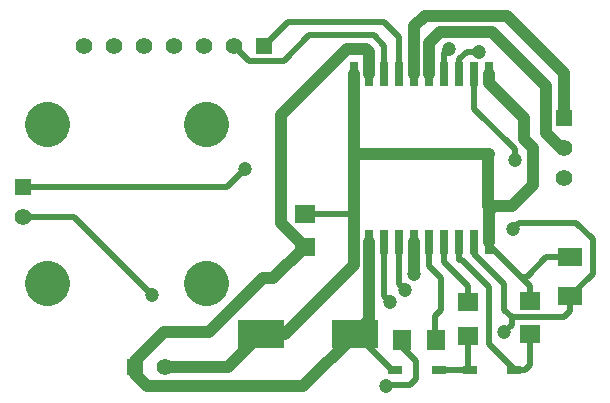
<source format=gtl>
G04 ( created by brdgerber.py ( brdgerber.py v0.1 2014-03-12 ) ) date 2021-03-15 07:30:48 EDT*
G04 Gerber Fmt 3.4, Leading zero omitted, Abs format*
%MOIN*%
%FSLAX34Y34*%
G01*
G70*
G90*
G04 APERTURE LIST*
%ADD11C,0.0050*%
%ADD25C,0.0059*%
%ADD18R,0.0472X0.0275*%
%ADD23C,0.0200*%
%ADD12C,0.0060*%
%ADD30R,0.0800X0.0600*%
%ADD20C,0.1500*%
%ADD10R,0.0260X0.0800*%
%ADD24C,0.0100*%
%ADD28C,0.0047*%
%ADD13C,0.0020*%
%ADD16C,0.0120*%
%ADD26C,0.0400*%
%ADD19C,0.0012*%
%ADD22R,0.0709X0.0629*%
%ADD14R,0.0550X0.0550*%
%ADD29C,0.0472*%
%ADD15C,0.0550*%
%ADD17R,0.0629X0.0709*%
%ADD27R,0.1575X0.0945*%
%ADD21C,0.0000*%
G04 APERTURE END LIST*
G54D11*
D10*
X10350Y22400D03*
D10*
X09850Y22400D03*
D10*
X09350Y22400D03*
D10*
X08850Y22400D03*
D10*
X08350Y22400D03*
D10*
X07850Y22400D03*
D10*
X07350Y22400D03*
D10*
X06850Y22400D03*
D10*
X06850Y16800D03*
D10*
X07350Y16800D03*
D10*
X07850Y16800D03*
D10*
X08350Y16800D03*
D10*
X08850Y16800D03*
D10*
X09350Y16800D03*
D10*
X09850Y16800D03*
D10*
X10350Y16800D03*
D10*
X06350Y22400D03*
D10*
X05850Y22400D03*
D10*
X06350Y16800D03*
D10*
X05850Y16800D03*
D14*
X02850Y23350D03*
D15*
X01850Y23350D03*
D15*
X00850Y23350D03*
D15*
X-00150Y23350D03*
D15*
X-01150Y23350D03*
D15*
X-02150Y23350D03*
D15*
X-03150Y23350D03*
D17*
X07441Y13550D03*
D17*
X08559Y13550D03*
D18*
X11178Y12550D03*
D18*
X09722Y12550D03*
D20*
G01X-04395Y15455D02*
G01X-04395Y15455D01*
D20*
G01X00895Y15455D02*
G01X00895Y15455D01*
D20*
G01X00895Y20745D02*
G01X00895Y20745D01*
D20*
G01X-04395Y20745D02*
G01X-04395Y20745D01*
D14*
X-01450Y12650D03*
D15*
X-00450Y12650D03*
D22*
X09650Y14809D03*
D22*
X09650Y13691D03*
D22*
X11701Y14859D03*
D22*
X11701Y13741D03*
D22*
X04200Y17759D03*
D22*
X04200Y16641D03*
D14*
X12850Y20950D03*
D15*
X12850Y19950D03*
D15*
X12850Y18950D03*
D18*
X08678Y12550D03*
D18*
X07222Y12550D03*
D26*
G01X07850Y16800D02*
G01X07850Y15750D01*
D27*
X05875Y13750D03*
D27*
X02725Y13750D03*
D29*
X07850Y15750D03*
D14*
X-05200Y18650D03*
D15*
X-05200Y17650D03*
D26*
G01X11100Y18000D02*
G01X10500Y18000D01*
D23*
G01X09450Y16200D02*
G01X10350Y15300D01*
D23*
G01X07200Y12550D02*
G01X07100Y12550D01*
D23*
G01X07100Y12550D02*
G01X05900Y13750D01*
D23*
G01X08700Y12550D02*
G01X09700Y12550D01*
D23*
G01X09650Y13700D02*
G01X09650Y12600D01*
D23*
G01X09650Y12600D02*
G01X09700Y12550D01*
D26*
G01X11800Y18700D02*
G01X11100Y18000D01*
D23*
G01X08850Y16800D02*
G01X08850Y16150D01*
D23*
G01X08850Y16150D02*
G01X09650Y15350D01*
D23*
G01X09650Y15350D02*
G01X09650Y14800D01*
D23*
G01X09350Y16800D02*
G01X09350Y16200D01*
D26*
G01X10350Y17850D02*
G01X10350Y16800D01*
D26*
G01X10500Y18000D02*
G01X10350Y17850D01*
D23*
G01X10350Y13400D02*
G01X11200Y12550D01*
D23*
G01X07450Y13550D02*
G01X07450Y13300D01*
D23*
G01X07450Y13300D02*
G01X07900Y12850D01*
D23*
G01X07900Y12850D02*
G01X07900Y12250D01*
D23*
G01X07900Y12250D02*
G01X07700Y12050D01*
D23*
G01X08550Y13550D02*
G01X08550Y14350D01*
D23*
G01X08550Y14350D02*
G01X08750Y14550D01*
D23*
G01X08750Y14550D02*
G01X08750Y15600D01*
D23*
G01X08750Y15600D02*
G01X08350Y16000D01*
D23*
G01X08350Y16000D02*
G01X08350Y16800D01*
D26*
G01X-01450Y12650D02*
G01X-01450Y12400D01*
D26*
G01X-01450Y12400D02*
G01X-01050Y12000D01*
D26*
G01X05850Y19750D02*
G01X10350Y19750D01*
D26*
G01X05850Y16800D02*
G01X05850Y22400D01*
D26*
G01X05550Y13750D02*
G01X05900Y13750D01*
D26*
G01X06350Y16800D02*
G01X06350Y14200D01*
D26*
G01X06350Y14200D02*
G01X05900Y13750D01*
D26*
G01X12750Y19950D02*
G01X12250Y20450D01*
D26*
G01X02750Y13750D02*
G01X03550Y13750D01*
D26*
G01X03550Y13750D02*
G01X05850Y16050D01*
D26*
G01X05850Y16050D02*
G01X05850Y16800D01*
D23*
G01X09350Y22400D02*
G01X09350Y22900D01*
D23*
G01X09350Y22900D02*
G01X09600Y23150D01*
D23*
G01X09600Y23150D02*
G01X10000Y23150D01*
D29*
X10000Y23150D03*
D23*
G01X08850Y22400D02*
G01X08850Y23100D01*
D23*
G01X08850Y23100D02*
G01X09000Y23250D01*
D29*
X09000Y23250D03*
D26*
G01X08350Y22400D02*
G01X08350Y23450D01*
D26*
G01X08350Y23450D02*
G01X08700Y23800D01*
D26*
G01X08700Y23800D02*
G01X10450Y23800D01*
D26*
G01X10450Y23800D02*
G01X11400Y22850D01*
D30*
X13050Y15000D03*
D30*
X13050Y16300D03*
D26*
G01X11800Y19950D02*
G01X11800Y18700D01*
D26*
G01X07850Y22400D02*
G01X07850Y24000D01*
D26*
G01X07850Y24000D02*
G01X08200Y24350D01*
D26*
G01X08200Y24350D02*
G01X10950Y24350D01*
D26*
G01X10950Y24350D02*
G01X12850Y22450D01*
D26*
G01X12850Y22450D02*
G01X12850Y20950D01*
D26*
G01X-00450Y12650D02*
G01X01650Y12650D01*
D26*
G01X01650Y12650D02*
G01X02750Y13750D01*
D26*
G01X-01050Y12000D02*
G01X04150Y12000D01*
D26*
G01X04150Y12000D02*
G01X05900Y13750D01*
D23*
G01X07700Y12050D02*
G01X06950Y12050D01*
D23*
G01X06950Y12050D02*
G01X06900Y12000D01*
D29*
X06900Y12000D03*
D23*
G01X-01450Y12650D02*
G01X-01400Y12650D01*
D26*
G01X06350Y23150D02*
G01X06250Y23250D01*
D26*
G01X06250Y23250D02*
G01X05600Y23250D01*
D26*
G01X03400Y21050D02*
G01X03400Y17450D01*
D26*
G01X05600Y23250D02*
G01X03400Y21050D01*
D26*
G01X03400Y17450D02*
G01X04200Y16650D01*
D23*
G01X04200Y17750D02*
G01X05800Y17750D01*
D23*
G01X05800Y17750D02*
G01X05850Y17800D01*
D23*
G01X07350Y22400D02*
G01X07350Y23650D01*
D23*
G01X07350Y23650D02*
G01X06850Y24150D01*
D23*
G01X06850Y24150D02*
G01X03650Y24150D01*
D23*
G01X03650Y24150D02*
G01X02850Y23350D01*
D23*
G01X03300Y22850D02*
G01X02350Y22850D01*
D23*
G01X02350Y22850D02*
G01X01850Y23350D01*
D26*
G01X06350Y22400D02*
G01X06350Y23150D01*
D26*
G01X-01450Y12650D02*
G01X-01450Y12850D01*
D26*
G01X-01450Y12850D02*
G01X-00500Y13800D01*
D26*
G01X-00500Y13800D02*
G01X01000Y13800D01*
D26*
G01X01000Y13800D02*
G01X02800Y15600D01*
D26*
G01X02800Y15600D02*
G01X03150Y15600D01*
D26*
G01X03150Y15600D02*
G01X04200Y16650D01*
D23*
G01X06850Y22400D02*
G01X06850Y23350D01*
D23*
G01X06850Y23350D02*
G01X06500Y23700D01*
D23*
G01X06500Y23700D02*
G01X04350Y23700D01*
D23*
G01X04350Y23700D02*
G01X03500Y22850D01*
D23*
G01X03500Y22850D02*
G01X03250Y22850D01*
D23*
G01X06850Y16800D02*
G01X06850Y15000D01*
D23*
G01X06850Y15000D02*
G01X07050Y14800D01*
D29*
X07050Y14800D03*
D23*
G01X07350Y16800D02*
G01X07350Y15400D01*
D23*
G01X07350Y15400D02*
G01X07550Y15200D01*
D29*
X07550Y15200D03*
D23*
G01X09350Y16200D02*
G01X09450Y16200D01*
D23*
G01X10350Y15300D02*
G01X10350Y13400D01*
D26*
G01X10300Y18000D02*
G01X10400Y17900D01*
D26*
G01X10300Y19750D02*
G01X10300Y18000D01*
D23*
G01X11700Y15350D02*
G01X11700Y14850D01*
D26*
G01X11500Y20250D02*
G01X11800Y19950D01*
D26*
G01X12250Y20450D02*
G01X12250Y22000D01*
D26*
G01X12250Y22000D02*
G01X11400Y22850D01*
D26*
G01X12850Y19950D02*
G01X12750Y19950D01*
D23*
G01X09850Y22400D02*
G01X09850Y21250D01*
D23*
G01X09850Y21250D02*
G01X11200Y19900D01*
D23*
G01X11200Y19900D02*
G01X11200Y19550D01*
D29*
X11200Y19550D03*
D26*
G01X10350Y22400D02*
G01X10350Y22100D01*
D26*
G01X10350Y22100D02*
G01X11500Y20950D01*
D26*
G01X11500Y20950D02*
G01X11500Y20250D01*
D23*
G01X10350Y16800D02*
G01X10350Y16700D01*
D23*
G01X10350Y16700D02*
G01X11700Y15350D01*
D23*
G01X11200Y12550D02*
G01X11550Y12550D01*
D23*
G01X11550Y12550D02*
G01X11700Y12700D01*
D23*
G01X11700Y12700D02*
G01X11700Y13750D01*
D23*
G01X09850Y16800D02*
G01X09850Y16400D01*
D23*
G01X09850Y16400D02*
G01X10850Y15400D01*
D23*
G01X10850Y15400D02*
G01X10850Y14550D01*
D23*
G01X10850Y14550D02*
G01X11100Y14300D01*
D23*
G01X11100Y14300D02*
G01X12350Y14300D01*
D29*
X11150Y17250D03*
D23*
G01X11150Y17250D02*
G01X11350Y17450D01*
D23*
G01X11350Y17450D02*
G01X13250Y17450D01*
D23*
G01X13250Y17450D02*
G01X13800Y16900D01*
D23*
G01X13800Y16900D02*
G01X13800Y15750D01*
D23*
G01X13800Y15750D02*
G01X13050Y15000D01*
D23*
G01X13050Y15000D02*
G01X13050Y14500D01*
D23*
G01X13050Y14500D02*
G01X12850Y14300D01*
D23*
G01X12850Y14300D02*
G01X12250Y14300D01*
D23*
G01X11400Y15650D02*
G01X11600Y15650D01*
D23*
G01X11600Y15650D02*
G01X12250Y16300D01*
D23*
G01X12250Y16300D02*
G01X13050Y16300D01*
D29*
X02200Y19250D03*
D23*
G01X02200Y19250D02*
G01X01600Y18650D01*
D23*
G01X01600Y18650D02*
G01X-05200Y18650D01*
D23*
G01X11100Y14300D02*
G01X11100Y14050D01*
D23*
G01X11100Y14050D02*
G01X10850Y13800D01*
D29*
X10850Y13800D03*
D29*
X-00900Y15050D03*
D23*
G01X-00900Y15050D02*
G01X-03500Y17650D01*
D23*
G01X-03500Y17650D02*
G01X-05200Y17650D01*
M02*

</source>
